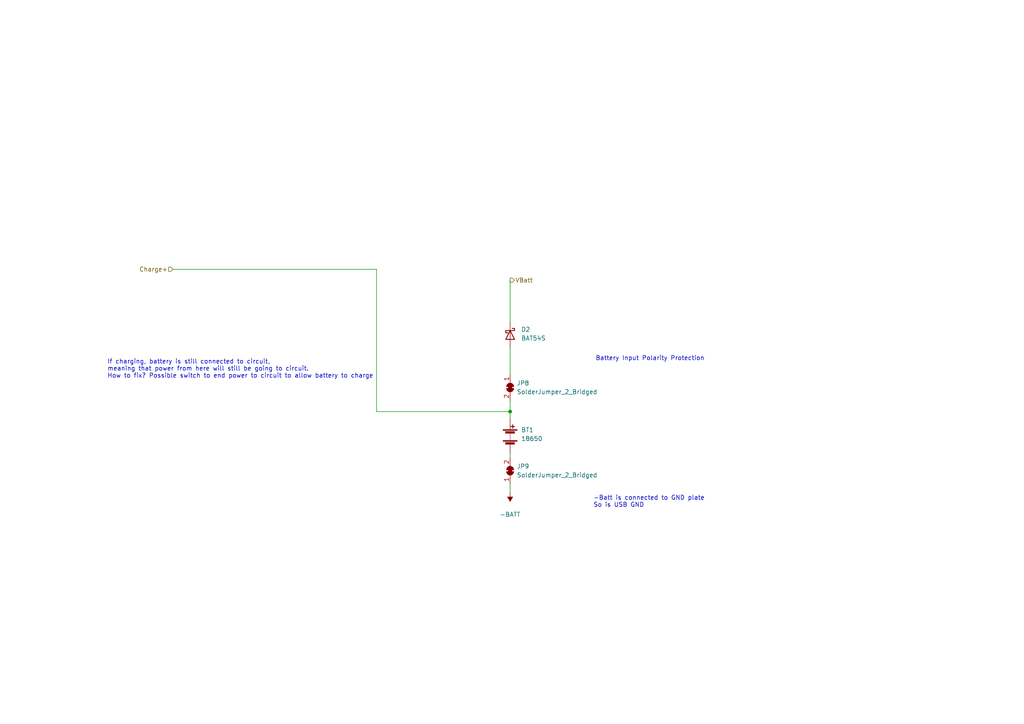
<source format=kicad_sch>
(kicad_sch (version 20211123) (generator eeschema)
  (paper "A4")
  (lib_symbols
    (symbol "Device:Battery" (pin_numbers hide) (pin_names (offset 0) hide)
      (property "Reference" "BT" (at 2.54 2.54 0))
      (property "Value" "Battery" (at 2.54 0 0))
      (symbol "Battery_0_1"
        (rectangle (start -2.032 -1.397) (end 2.032 -1.651) (fill (type outline)))
        (rectangle (start -2.032 1.778) (end 2.032 1.524) (fill (type outline)))
        (rectangle (start -1.3208 -1.9812) (end 1.27 -2.4892) (fill (type outline)))
        (rectangle (start -1.3208 1.1938) (end 1.27 0.6858) (fill (type outline)))
        (polyline (pts (xy 0 -1.524) (xy 0 -1.27)))
        (polyline (pts (xy 0 -1.016) (xy 0 -0.762)))
        (polyline (pts (xy 0 -0.508) (xy 0 -0.254)))
        (polyline (pts (xy 0 0) (xy 0 0.254)))
        (polyline (pts (xy 0 0.508) (xy 0 0.762)))
        (polyline (pts (xy 0 1.778) (xy 0 2.54)))
        (polyline (pts (xy 0.254 2.667) (xy 1.27 2.667)) (stroke (width 0.254)))
        (polyline (pts (xy 0.762 3.175) (xy 0.762 2.159)) (stroke (width 0.254)))
      )
      (symbol "Battery_1_1"
        (pin passive line (at 0 5.08 270) (length 2.54) (name "+") (number "1"))
        (pin passive line (at 0 -5.08 90) (length 2.54) (name "-") (number "2"))
      )
    )
    (symbol "Device:D_Schottky" (pin_numbers hide) (pin_names (offset 1.016) hide)
      (property "Reference" "D" (at 0 2.54 0))
      (property "Value" "D_Schottky" (at 0 -2.54 0))
      (symbol "D_Schottky_0_1"
        (polyline (pts (xy 1.27 0) (xy -1.27 0)))
        (polyline (pts (xy 1.27 1.27) (xy 1.27 -1.27) (xy -1.27 0) (xy 1.27 1.27)) (stroke (width 0.254)))
        (polyline (pts (xy -1.905 0.635) (xy -1.905 1.27) (xy -1.27 1.27) (xy -1.27 -1.27) (xy -0.635 -1.27) (xy -0.635 -0.635)) (stroke (width 0.254)))
      )
      (symbol "D_Schottky_1_1"
        (pin passive line (at -3.81 0 0) (length 2.54) (name "K") (number "1"))
        (pin passive line (at 3.81 0 180) (length 2.54) (name "A") (number "2"))
      )
    )
    (symbol "Jumper:SolderJumper_2_Bridged" (pin_names (offset 0) hide)
      (property "Reference" "JP" (at 0 2.032 0))
      (property "Value" "SolderJumper_2_Bridged" (at 0 -2.54 0))
      (symbol "SolderJumper_2_Bridged_0_1"
        (rectangle (start -0.508 0.508) (end 0.508 -0.508) (fill (type outline)))
        (arc (start -0.254 1.016) (mid -1.27 0) (end -0.254 -1.016))
        (arc (start -0.254 1.016) (mid -1.27 0) (end -0.254 -1.016) (fill (type outline)))
        (polyline (pts (xy -0.254 1.016) (xy -0.254 -1.016)))
        (polyline (pts (xy 0.254 1.016) (xy 0.254 -1.016)))
        (arc (start 0.254 -1.016) (mid 1.27 0) (end 0.254 1.016))
        (arc (start 0.254 -1.016) (mid 1.27 0) (end 0.254 1.016) (fill (type outline)))
      )
      (symbol "SolderJumper_2_Bridged_1_1"
        (pin passive line (at -3.81 0 0) (length 2.54) (name "A") (number "1"))
        (pin passive line (at 3.81 0 180) (length 2.54) (name "B") (number "2"))
      )
    )
    (symbol "power:-BATT" (power) (pin_names (offset 0))
      (property "Value" "-BATT" (at 0 3.556 0))
      (symbol "-BATT_0_1"
        (polyline (pts (xy 0 0) (xy 0 2.54)))
        (polyline (pts (xy 0.762 1.27) (xy -0.762 1.27) (xy 0 2.54) (xy 0.762 1.27)) (fill (type outline)))
      )
      (symbol "-BATT_1_1"
        (pin power_in line (at 0 0 90) (length 0) hide (name "-BATT") (number "1"))
      )
    )
  )
  (junction (at 147.955 119.38))
  (wire (pts (xy 147.955 100.965) (xy 147.955 108.585)))
  (wire (pts (xy 147.955 119.38) (xy 147.955 121.285)))
  (wire (pts (xy 147.955 81.28) (xy 147.955 93.345)))
  (wire (pts (xy 147.955 142.875) (xy 147.955 140.335)))
  (wire (pts (xy 109.22 119.38) (xy 147.955 119.38)))
  (wire (pts (xy 147.955 116.205) (xy 147.955 119.38)))
  (wire (pts (xy 147.955 132.715) (xy 147.955 131.445)))
  (wire (pts (xy 50.165 78.105) (xy 109.22 78.105)))
  (wire (pts (xy 109.22 78.105) (xy 109.22 119.38)))
  (text "-Batt is connected to GND plate\nSo is USB GND\n" (at 172.085 147.32 0) (effects (font (size 1.27 1.27)) (justify left bottom)))
  (text "Battery Input Polarity Protection\n" (at 172.72 104.775 0) (effects (font (size 1.27 1.27)) (justify left bottom)))
  (text "If charging, battery is still connected to circuit,\nmeaning that power from here will still be going to circuit.\nHow to fix? Possible switch to end power to circuit to allow battery to charge" (at 31.115 109.855 0) (effects (font (size 1.27 1.27)) (justify left bottom)))
  (hierarchical_label "Charge+" (shape input) (at 50.165 78.105 180))
  (hierarchical_label "VBatt" (shape output) (at 147.955 81.28 0))
  (symbol (lib_id "Device:Battery") (at 147.955 126.365 0) (unit 1)
    (property "Reference" "BT1" (at 151.13 124.7139 0) (effects (justify left)))
    (property "Value" "18650" (at 151.13 127.2539 0) (effects (justify left)))
  )
  (symbol (lib_id "Jumper:SolderJumper_2_Bridged") (at 147.955 112.395 270) (unit 1)
    (property "Reference" "JP8" (at 149.86 111.1249 90) (effects (justify left)))
    (property "Value" "SolderJumper_2_Bridged" (at 149.86 113.6649 90) (effects (justify left)))
    (property "Footprint" "Jumper:SolderJumper-2_P1.3mm_Bridged2Bar_Pad1.0x1.5mm" (effects hide))
  )
  (symbol (lib_id "Jumper:SolderJumper_2_Bridged") (at 147.955 136.525 90) (unit 1)
    (property "Reference" "JP9" (at 149.86 135.2549 90) (effects (justify right)))
    (property "Value" "SolderJumper_2_Bridged" (at 149.86 137.7949 90) (effects (justify right)))
    (property "Footprint" "Jumper:SolderJumper-2_P1.3mm_Bridged2Bar_Pad1.0x1.5mm" (effects hide))
  )
  (symbol (lib_id "Device:D_Schottky") (at 147.955 97.155 270) (unit 1)
    (property "Reference" "D2" (at 151.13 95.5674 90) (effects (justify left)))
    (property "Value" "BAT54S" (at 151.13 98.1074 90) (effects (justify left)))
    (property "Footprint" "Diode_SMD:D_SOT-23_ANK" (effects hide))
  )
  (symbol (lib_id "power:-BATT") (at 147.955 142.875 180) (unit 1)
    (property "Reference" "#PWR028" (effects hide))
    (property "Value" "-BATT" (at 147.955 149.225 0))
  )
)
</source>
